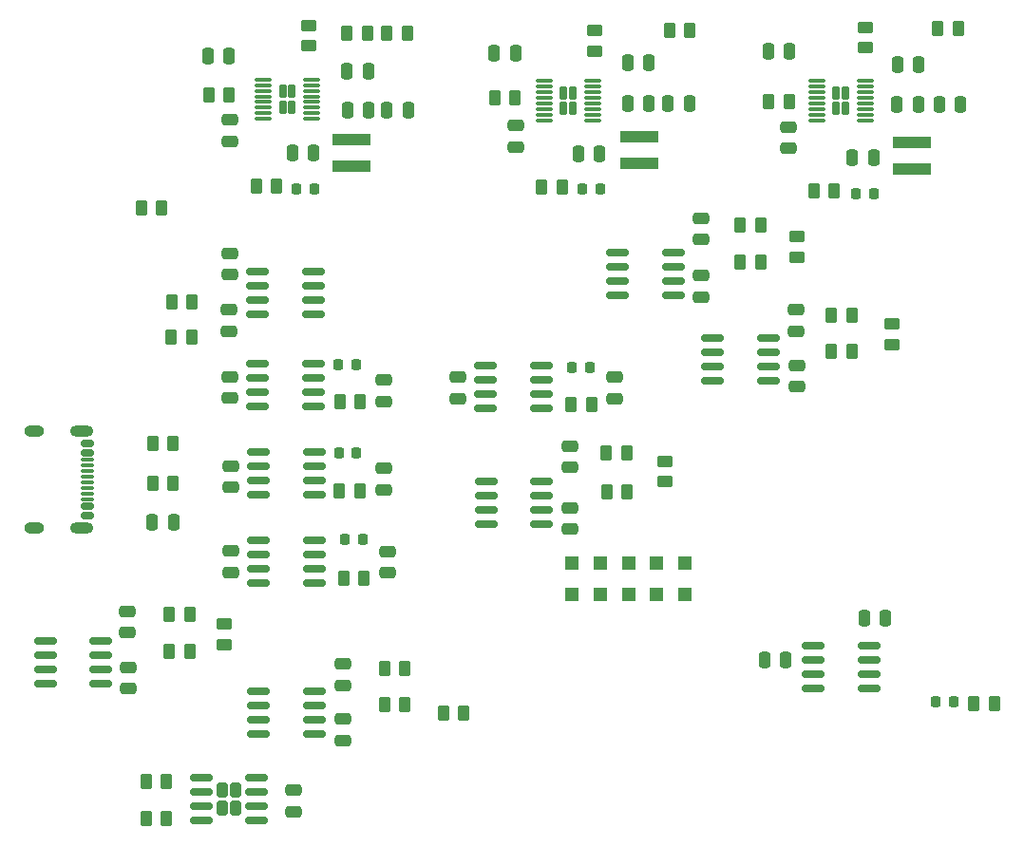
<source format=gbr>
%TF.GenerationSoftware,KiCad,Pcbnew,8.0.3*%
%TF.CreationDate,2024-09-23T14:32:18+01:00*%
%TF.ProjectId,Untitled,556e7469-746c-4656-942e-6b696361645f,rev?*%
%TF.SameCoordinates,Original*%
%TF.FileFunction,Paste,Top*%
%TF.FilePolarity,Positive*%
%FSLAX46Y46*%
G04 Gerber Fmt 4.6, Leading zero omitted, Abs format (unit mm)*
G04 Created by KiCad (PCBNEW 8.0.3) date 2024-09-23 14:32:18*
%MOMM*%
%LPD*%
G01*
G04 APERTURE LIST*
G04 Aperture macros list*
%AMRoundRect*
0 Rectangle with rounded corners*
0 $1 Rounding radius*
0 $2 $3 $4 $5 $6 $7 $8 $9 X,Y pos of 4 corners*
0 Add a 4 corners polygon primitive as box body*
4,1,4,$2,$3,$4,$5,$6,$7,$8,$9,$2,$3,0*
0 Add four circle primitives for the rounded corners*
1,1,$1+$1,$2,$3*
1,1,$1+$1,$4,$5*
1,1,$1+$1,$6,$7*
1,1,$1+$1,$8,$9*
0 Add four rect primitives between the rounded corners*
20,1,$1+$1,$2,$3,$4,$5,0*
20,1,$1+$1,$4,$5,$6,$7,0*
20,1,$1+$1,$6,$7,$8,$9,0*
20,1,$1+$1,$8,$9,$2,$3,0*%
G04 Aperture macros list end*
%ADD10RoundRect,0.250000X-0.262500X-0.450000X0.262500X-0.450000X0.262500X0.450000X-0.262500X0.450000X0*%
%ADD11RoundRect,0.250000X-0.250000X-0.475000X0.250000X-0.475000X0.250000X0.475000X-0.250000X0.475000X0*%
%ADD12RoundRect,0.218750X-0.218750X-0.256250X0.218750X-0.256250X0.218750X0.256250X-0.218750X0.256250X0*%
%ADD13RoundRect,0.250000X0.475000X-0.250000X0.475000X0.250000X-0.475000X0.250000X-0.475000X-0.250000X0*%
%ADD14RoundRect,0.250000X-0.475000X0.250000X-0.475000X-0.250000X0.475000X-0.250000X0.475000X0.250000X0*%
%ADD15RoundRect,0.172500X-0.172500X-0.422500X0.172500X-0.422500X0.172500X0.422500X-0.172500X0.422500X0*%
%ADD16RoundRect,0.075000X-0.650000X-0.075000X0.650000X-0.075000X0.650000X0.075000X-0.650000X0.075000X0*%
%ADD17RoundRect,0.250000X0.262500X0.450000X-0.262500X0.450000X-0.262500X-0.450000X0.262500X-0.450000X0*%
%ADD18RoundRect,0.250000X0.450000X-0.262500X0.450000X0.262500X-0.450000X0.262500X-0.450000X-0.262500X0*%
%ADD19R,1.200000X1.200000*%
%ADD20RoundRect,0.218750X0.218750X0.256250X-0.218750X0.256250X-0.218750X-0.256250X0.218750X-0.256250X0*%
%ADD21RoundRect,0.250000X0.250000X0.475000X-0.250000X0.475000X-0.250000X-0.475000X0.250000X-0.475000X0*%
%ADD22RoundRect,0.150000X-0.825000X-0.150000X0.825000X-0.150000X0.825000X0.150000X-0.825000X0.150000X0*%
%ADD23RoundRect,0.250000X-0.450000X0.262500X-0.450000X-0.262500X0.450000X-0.262500X0.450000X0.262500X0*%
%ADD24RoundRect,0.150000X-0.425000X0.150000X-0.425000X-0.150000X0.425000X-0.150000X0.425000X0.150000X0*%
%ADD25RoundRect,0.075000X-0.500000X0.075000X-0.500000X-0.075000X0.500000X-0.075000X0.500000X0.075000X0*%
%ADD26O,2.100000X1.000000*%
%ADD27O,1.800000X1.000000*%
%ADD28RoundRect,0.242500X-0.242500X-0.422500X0.242500X-0.422500X0.242500X0.422500X-0.242500X0.422500X0*%
%ADD29R,3.400000X0.980000*%
%ADD30RoundRect,0.150000X0.825000X0.150000X-0.825000X0.150000X-0.825000X-0.150000X0.825000X-0.150000X0*%
G04 APERTURE END LIST*
D10*
%TO.C,R28*%
X99718462Y-112693548D03*
X101543462Y-112693548D03*
%TD*%
D11*
%TO.C,C21*%
X153186396Y-78206622D03*
X155086396Y-78206622D03*
%TD*%
D12*
%TO.C,D1*%
X145779565Y-86215805D03*
X147354565Y-86215805D03*
%TD*%
D13*
%TO.C,C15*%
X95670926Y-141298371D03*
X95670926Y-139398371D03*
%TD*%
D14*
%TO.C,C28*%
X103697807Y-102822181D03*
X103697807Y-104722181D03*
%TD*%
D11*
%TO.C,C9*%
X129050000Y-78130000D03*
X130950000Y-78130000D03*
%TD*%
D15*
%TO.C,U6*%
X144019104Y-77187685D03*
X144019104Y-78607685D03*
X144849104Y-77187685D03*
X144849104Y-78607685D03*
D16*
X142284104Y-76147685D03*
X142284104Y-76647685D03*
X142284104Y-77147685D03*
X142284104Y-77647685D03*
X142284104Y-78147685D03*
X142284104Y-78647685D03*
X142284104Y-79147685D03*
X142284104Y-79647685D03*
X146584104Y-79647685D03*
X146584104Y-79147685D03*
X146584104Y-78647685D03*
X146584104Y-78147685D03*
X146584104Y-77647685D03*
X146584104Y-77147685D03*
X146584104Y-76647685D03*
X146584104Y-76147685D03*
%TD*%
D17*
%TO.C,R5*%
X115412500Y-77630000D03*
X113587500Y-77630000D03*
%TD*%
%TO.C,R7*%
X139812263Y-78000000D03*
X137987263Y-78000000D03*
%TD*%
D14*
%TO.C,C30*%
X104025000Y-118100000D03*
X104025000Y-120000000D03*
%TD*%
D11*
%TO.C,C19*%
X137965699Y-73500000D03*
X139865699Y-73500000D03*
%TD*%
D18*
%TO.C,R55*%
X89500000Y-126412500D03*
X89500000Y-124587500D03*
%TD*%
D10*
%TO.C,R29*%
X99785307Y-104722181D03*
X101610307Y-104722181D03*
%TD*%
D13*
%TO.C,C20*%
X139803037Y-82167989D03*
X139803037Y-80267989D03*
%TD*%
D18*
%TO.C,R43*%
X148979039Y-99656108D03*
X148979039Y-97831108D03*
%TD*%
D11*
%TO.C,C18*%
X146500000Y-124000000D03*
X148400000Y-124000000D03*
%TD*%
%TO.C,C4*%
X88029819Y-73942612D03*
X89929819Y-73942612D03*
%TD*%
D19*
%TO.C,D8*%
X123000000Y-121900000D03*
X123000000Y-119100000D03*
%TD*%
D10*
%TO.C,R30*%
X100112500Y-120500000D03*
X101937500Y-120500000D03*
%TD*%
D14*
%TO.C,C48*%
X120307948Y-114189442D03*
X120307948Y-116089442D03*
%TD*%
%TO.C,C14*%
X124263582Y-102550000D03*
X124263582Y-104450000D03*
%TD*%
D10*
%TO.C,R18*%
X83087500Y-108496898D03*
X84912500Y-108496898D03*
%TD*%
D17*
%TO.C,R46*%
X137311163Y-92322218D03*
X135486163Y-92322218D03*
%TD*%
%TO.C,R48*%
X145434037Y-100246316D03*
X143609037Y-100246316D03*
%TD*%
D18*
%TO.C,R45*%
X140503873Y-91844379D03*
X140503873Y-90019379D03*
%TD*%
D20*
%TO.C,D5*%
X154500000Y-131500000D03*
X152925000Y-131500000D03*
%TD*%
D11*
%TO.C,C23*%
X149473325Y-74677534D03*
X151373325Y-74677534D03*
%TD*%
D14*
%TO.C,C46*%
X80920322Y-128418431D03*
X80920322Y-130318431D03*
%TD*%
D17*
%TO.C,R47*%
X145435742Y-97061808D03*
X143610742Y-97061808D03*
%TD*%
D11*
%TO.C,C11*%
X125444145Y-74486059D03*
X127344145Y-74486059D03*
%TD*%
D13*
%TO.C,C51*%
X89933489Y-98447240D03*
X89933489Y-96547240D03*
%TD*%
D17*
%TO.C,R51*%
X105574982Y-128499976D03*
X103749982Y-128499976D03*
%TD*%
D11*
%TO.C,C24*%
X145459447Y-82997460D03*
X147359447Y-82997460D03*
%TD*%
D17*
%TO.C,R50*%
X125380384Y-112739251D03*
X123555384Y-112739251D03*
%TD*%
D21*
%TO.C,C5*%
X105887438Y-78742070D03*
X103987438Y-78742070D03*
%TD*%
D17*
%TO.C,R1*%
X102260851Y-71862454D03*
X100435851Y-71862454D03*
%TD*%
D10*
%TO.C,R52*%
X109000000Y-132500000D03*
X110825000Y-132500000D03*
%TD*%
D13*
%TO.C,C50*%
X89945889Y-93400316D03*
X89945889Y-91500316D03*
%TD*%
D19*
%TO.C,D9*%
X120500000Y-121900000D03*
X120500000Y-119100000D03*
%TD*%
D13*
%TO.C,C40*%
X140481617Y-98450000D03*
X140481617Y-96550000D03*
%TD*%
D19*
%TO.C,D10*%
X130500000Y-121900000D03*
X130500000Y-119100000D03*
%TD*%
%TO.C,D11*%
X125500000Y-121900000D03*
X125500000Y-119100000D03*
%TD*%
D17*
%TO.C,R2*%
X89923443Y-77349811D03*
X88098443Y-77349811D03*
%TD*%
D15*
%TO.C,U2*%
X119735000Y-77190000D03*
X119735000Y-78610000D03*
X120565000Y-77190000D03*
X120565000Y-78610000D03*
D16*
X118000000Y-76150000D03*
X118000000Y-76650000D03*
X118000000Y-77150000D03*
X118000000Y-77650000D03*
X118000000Y-78150000D03*
X118000000Y-78650000D03*
X118000000Y-79150000D03*
X118000000Y-79650000D03*
X122300000Y-79650000D03*
X122300000Y-79150000D03*
X122300000Y-78650000D03*
X122300000Y-78150000D03*
X122300000Y-77650000D03*
X122300000Y-77150000D03*
X122300000Y-76650000D03*
X122300000Y-76150000D03*
%TD*%
D13*
%TO.C,C25*%
X90049398Y-112390551D03*
X90049398Y-110490551D03*
%TD*%
D22*
%TO.C,U17*%
X73525000Y-126095000D03*
X73525000Y-127365000D03*
X73525000Y-128635000D03*
X73525000Y-129905000D03*
X78475000Y-129905000D03*
X78475000Y-128635000D03*
X78475000Y-127365000D03*
X78475000Y-126095000D03*
%TD*%
D23*
%TO.C,R9*%
X146630716Y-71344598D03*
X146630716Y-73169598D03*
%TD*%
D24*
%TO.C,J7*%
X77321508Y-108487513D03*
X77321508Y-109287513D03*
D25*
X77321508Y-110437513D03*
X77321508Y-111437513D03*
X77321508Y-111937513D03*
X77321508Y-112937513D03*
D24*
X77321508Y-114087513D03*
X77321508Y-114887513D03*
X77321508Y-114887513D03*
X77321508Y-114087513D03*
D25*
X77321508Y-113437513D03*
X77321508Y-112437513D03*
X77321508Y-110937513D03*
X77321508Y-109937513D03*
D24*
X77321508Y-109287513D03*
X77321508Y-108487513D03*
D26*
X76746508Y-107367513D03*
D27*
X72566508Y-107367513D03*
D26*
X76746508Y-116007513D03*
D27*
X72566508Y-116007513D03*
%TD*%
D20*
%TO.C,D4*%
X122075000Y-101711209D03*
X120500000Y-101711209D03*
%TD*%
D23*
%TO.C,R6*%
X122500000Y-71630000D03*
X122500000Y-73455000D03*
%TD*%
D28*
%TO.C,U4*%
X89300000Y-139350000D03*
X89300000Y-141000000D03*
X90500000Y-139350000D03*
X90500000Y-141000000D03*
D22*
X87425000Y-138270000D03*
X87425000Y-139540000D03*
X87425000Y-140810000D03*
X87425000Y-142080000D03*
X92375000Y-142080000D03*
X92375000Y-140810000D03*
X92375000Y-139540000D03*
X92375000Y-138270000D03*
%TD*%
%TO.C,U16*%
X92563109Y-130564194D03*
X92563109Y-131834194D03*
X92563109Y-133104194D03*
X92563109Y-134374194D03*
X97513109Y-134374194D03*
X97513109Y-133104194D03*
X97513109Y-131834194D03*
X97513109Y-130564194D03*
%TD*%
D10*
%TO.C,R57*%
X84799477Y-95857924D03*
X86624477Y-95857924D03*
%TD*%
D11*
%TO.C,C12*%
X121050000Y-82630000D03*
X122950000Y-82630000D03*
%TD*%
D13*
%TO.C,C27*%
X90009295Y-104417327D03*
X90009295Y-102517327D03*
%TD*%
D12*
%TO.C,D3*%
X121400410Y-85799902D03*
X122975410Y-85799902D03*
%TD*%
D10*
%TO.C,R10*%
X153087500Y-71500000D03*
X154912500Y-71500000D03*
%TD*%
D22*
%TO.C,U10*%
X92541797Y-109187400D03*
X92541797Y-110457400D03*
X92541797Y-111727400D03*
X92541797Y-112997400D03*
X97491797Y-112997400D03*
X97491797Y-111727400D03*
X97491797Y-110457400D03*
X97491797Y-109187400D03*
%TD*%
%TO.C,U11*%
X92463879Y-101307181D03*
X92463879Y-102577181D03*
X92463879Y-103847181D03*
X92463879Y-105117181D03*
X97413879Y-105117181D03*
X97413879Y-103847181D03*
X97413879Y-102577181D03*
X97413879Y-101307181D03*
%TD*%
D11*
%TO.C,C22*%
X149449763Y-78222969D03*
X151349763Y-78222969D03*
%TD*%
D10*
%TO.C,R58*%
X82087500Y-87500000D03*
X83912500Y-87500000D03*
%TD*%
D22*
%TO.C,U18*%
X133025000Y-99095000D03*
X133025000Y-100365000D03*
X133025000Y-101635000D03*
X133025000Y-102905000D03*
X137975000Y-102905000D03*
X137975000Y-101635000D03*
X137975000Y-100365000D03*
X137975000Y-99095000D03*
%TD*%
%TO.C,U9*%
X142000000Y-126500000D03*
X142000000Y-127770000D03*
X142000000Y-129040000D03*
X142000000Y-130310000D03*
X146950000Y-130310000D03*
X146950000Y-129040000D03*
X146950000Y-127770000D03*
X146950000Y-126500000D03*
%TD*%
D29*
%TO.C,L3*%
X150774585Y-81640211D03*
X150774585Y-84010211D03*
%TD*%
D11*
%TO.C,C7*%
X113550000Y-73630000D03*
X115450000Y-73630000D03*
%TD*%
D14*
%TO.C,C47*%
X140487995Y-101487158D03*
X140487995Y-103387158D03*
%TD*%
D29*
%TO.C,L2*%
X126500000Y-81130000D03*
X126500000Y-83500000D03*
%TD*%
D19*
%TO.C,D12*%
X128000000Y-121900000D03*
X128000000Y-119100000D03*
%TD*%
D18*
%TO.C,R49*%
X128800740Y-111865718D03*
X128800740Y-110040718D03*
%TD*%
D10*
%TO.C,R17*%
X83087500Y-111989798D03*
X84912500Y-111989798D03*
%TD*%
D11*
%TO.C,C2*%
X100462845Y-78736780D03*
X102362845Y-78736780D03*
%TD*%
D13*
%TO.C,C13*%
X110287500Y-104450000D03*
X110287500Y-102550000D03*
%TD*%
D17*
%TO.C,R54*%
X86407285Y-123734857D03*
X84582285Y-123734857D03*
%TD*%
D10*
%TO.C,R16*%
X82491084Y-141942362D03*
X84316084Y-141942362D03*
%TD*%
D12*
%TO.C,D2*%
X95923651Y-85736961D03*
X97498651Y-85736961D03*
%TD*%
D10*
%TO.C,R8*%
X129175000Y-71630000D03*
X131000000Y-71630000D03*
%TD*%
D13*
%TO.C,C29*%
X90025000Y-119950000D03*
X90025000Y-118050000D03*
%TD*%
D11*
%TO.C,C6*%
X100417021Y-75293669D03*
X102317021Y-75293669D03*
%TD*%
D13*
%TO.C,C8*%
X115500000Y-82030000D03*
X115500000Y-80130000D03*
%TD*%
D10*
%TO.C,R13*%
X117759069Y-85622791D03*
X119584069Y-85622791D03*
%TD*%
D17*
%TO.C,R3*%
X105786534Y-71854042D03*
X103961534Y-71854042D03*
%TD*%
D13*
%TO.C,C42*%
X132003873Y-90294379D03*
X132003873Y-88394379D03*
%TD*%
D22*
%TO.C,U3*%
X112787500Y-101500000D03*
X112787500Y-102770000D03*
X112787500Y-104040000D03*
X112787500Y-105310000D03*
X117737500Y-105310000D03*
X117737500Y-104040000D03*
X117737500Y-102770000D03*
X117737500Y-101500000D03*
%TD*%
D15*
%TO.C,U1*%
X94690000Y-77060000D03*
X94690000Y-78480000D03*
X95520000Y-77060000D03*
X95520000Y-78480000D03*
D16*
X92955000Y-76020000D03*
X92955000Y-76520000D03*
X92955000Y-77020000D03*
X92955000Y-77520000D03*
X92955000Y-78020000D03*
X92955000Y-78520000D03*
X92955000Y-79020000D03*
X92955000Y-79520000D03*
X97255000Y-79520000D03*
X97255000Y-79020000D03*
X97255000Y-78520000D03*
X97255000Y-78020000D03*
X97255000Y-77520000D03*
X97255000Y-77020000D03*
X97255000Y-76520000D03*
X97255000Y-76020000D03*
%TD*%
D22*
%TO.C,U20*%
X124528873Y-91439379D03*
X124528873Y-92709379D03*
X124528873Y-93979379D03*
X124528873Y-95249379D03*
X129478873Y-95249379D03*
X129478873Y-93979379D03*
X129478873Y-92709379D03*
X129478873Y-91439379D03*
%TD*%
D30*
%TO.C,U21*%
X97406237Y-96905000D03*
X97406237Y-95635000D03*
X97406237Y-94365000D03*
X97406237Y-93095000D03*
X92456237Y-93095000D03*
X92456237Y-94365000D03*
X92456237Y-95635000D03*
X92456237Y-96905000D03*
%TD*%
D17*
%TO.C,R53*%
X105574983Y-131717748D03*
X103749983Y-131717748D03*
%TD*%
D13*
%TO.C,C43*%
X100029276Y-130018926D03*
X100029276Y-128118926D03*
%TD*%
D21*
%TO.C,C16*%
X84950000Y-115500000D03*
X83050000Y-115500000D03*
%TD*%
D20*
%TO.C,D7*%
X101203724Y-101421548D03*
X99628724Y-101421548D03*
%TD*%
D22*
%TO.C,U14*%
X92525000Y-117095000D03*
X92525000Y-118365000D03*
X92525000Y-119635000D03*
X92525000Y-120905000D03*
X97475000Y-120905000D03*
X97475000Y-119635000D03*
X97475000Y-118365000D03*
X97475000Y-117095000D03*
%TD*%
D13*
%TO.C,C41*%
X120283465Y-110604025D03*
X120283465Y-108704025D03*
%TD*%
D10*
%TO.C,R11*%
X142018744Y-85978020D03*
X143843744Y-85978020D03*
%TD*%
D11*
%TO.C,C3*%
X95550801Y-82521602D03*
X97450801Y-82521602D03*
%TD*%
D10*
%TO.C,R59*%
X84764963Y-98987523D03*
X86589963Y-98987523D03*
%TD*%
D17*
%TO.C,R27*%
X158109332Y-131692221D03*
X156284332Y-131692221D03*
%TD*%
D13*
%TO.C,C1*%
X90020000Y-81510000D03*
X90020000Y-79610000D03*
%TD*%
D17*
%TO.C,R42*%
X137274114Y-89004874D03*
X135449114Y-89004874D03*
%TD*%
D22*
%TO.C,U19*%
X112815854Y-111844025D03*
X112815854Y-113114025D03*
X112815854Y-114384025D03*
X112815854Y-115654025D03*
X117765854Y-115654025D03*
X117765854Y-114384025D03*
X117765854Y-113114025D03*
X117765854Y-111844025D03*
%TD*%
D20*
%TO.C,D6*%
X101283958Y-109280812D03*
X99708958Y-109280812D03*
%TD*%
D29*
%TO.C,L1*%
X100845013Y-81375000D03*
X100845013Y-83745000D03*
%TD*%
D17*
%TO.C,R15*%
X84321347Y-138619609D03*
X82496347Y-138619609D03*
%TD*%
D23*
%TO.C,R4*%
X96995857Y-71178417D03*
X96995857Y-73003417D03*
%TD*%
D11*
%TO.C,C10*%
X125447442Y-78124993D03*
X127347442Y-78124993D03*
%TD*%
D14*
%TO.C,C49*%
X132000000Y-93500000D03*
X132000000Y-95400000D03*
%TD*%
D17*
%TO.C,R56*%
X86412500Y-127000000D03*
X84587500Y-127000000D03*
%TD*%
D10*
%TO.C,R12*%
X92342892Y-85556661D03*
X94167892Y-85556661D03*
%TD*%
D14*
%TO.C,C26*%
X103681249Y-110690957D03*
X103681249Y-112590957D03*
%TD*%
D13*
%TO.C,C44*%
X80851126Y-125328812D03*
X80851126Y-123428812D03*
%TD*%
D17*
%TO.C,R44*%
X125342696Y-109318575D03*
X123517696Y-109318575D03*
%TD*%
D21*
%TO.C,C17*%
X139543404Y-127774303D03*
X137643404Y-127774303D03*
%TD*%
D14*
%TO.C,C45*%
X100058855Y-133034893D03*
X100058855Y-134934893D03*
%TD*%
D20*
%TO.C,D13*%
X101812500Y-117000000D03*
X100237500Y-117000000D03*
%TD*%
D10*
%TO.C,R14*%
X120375000Y-105017258D03*
X122200000Y-105017258D03*
%TD*%
M02*

</source>
